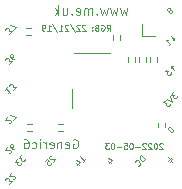
<source format=gbr>
%TF.GenerationSoftware,KiCad,Pcbnew,(6.0.5-0)*%
%TF.CreationDate,2022-06-27T15:29:03+01:00*%
%TF.ProjectId,Generic6,47656e65-7269-4633-962e-6b696361645f,1*%
%TF.SameCoordinates,Original*%
%TF.FileFunction,Legend,Bot*%
%TF.FilePolarity,Positive*%
%FSLAX46Y46*%
G04 Gerber Fmt 4.6, Leading zero omitted, Abs format (unit mm)*
G04 Created by KiCad (PCBNEW (6.0.5-0)) date 2022-06-27 15:29:03*
%MOMM*%
%LPD*%
G01*
G04 APERTURE LIST*
%ADD10C,0.080000*%
%ADD11C,0.100000*%
%ADD12C,0.120000*%
G04 APERTURE END LIST*
D10*
X106478571Y-49873809D02*
X106454761Y-49850000D01*
X106407142Y-49826190D01*
X106288095Y-49826190D01*
X106240476Y-49850000D01*
X106216666Y-49873809D01*
X106192857Y-49921428D01*
X106192857Y-49969047D01*
X106216666Y-50040476D01*
X106502380Y-50326190D01*
X106192857Y-50326190D01*
X105883333Y-49826190D02*
X105835714Y-49826190D01*
X105788095Y-49850000D01*
X105764285Y-49873809D01*
X105740476Y-49921428D01*
X105716666Y-50016666D01*
X105716666Y-50135714D01*
X105740476Y-50230952D01*
X105764285Y-50278571D01*
X105788095Y-50302380D01*
X105835714Y-50326190D01*
X105883333Y-50326190D01*
X105930952Y-50302380D01*
X105954761Y-50278571D01*
X105978571Y-50230952D01*
X106002380Y-50135714D01*
X106002380Y-50016666D01*
X105978571Y-49921428D01*
X105954761Y-49873809D01*
X105930952Y-49850000D01*
X105883333Y-49826190D01*
X105526190Y-49873809D02*
X105502380Y-49850000D01*
X105454761Y-49826190D01*
X105335714Y-49826190D01*
X105288095Y-49850000D01*
X105264285Y-49873809D01*
X105240476Y-49921428D01*
X105240476Y-49969047D01*
X105264285Y-50040476D01*
X105550000Y-50326190D01*
X105240476Y-50326190D01*
X105050000Y-49873809D02*
X105026190Y-49850000D01*
X104978571Y-49826190D01*
X104859523Y-49826190D01*
X104811904Y-49850000D01*
X104788095Y-49873809D01*
X104764285Y-49921428D01*
X104764285Y-49969047D01*
X104788095Y-50040476D01*
X105073809Y-50326190D01*
X104764285Y-50326190D01*
X104550000Y-50135714D02*
X104169047Y-50135714D01*
X103835714Y-49826190D02*
X103788095Y-49826190D01*
X103740476Y-49850000D01*
X103716666Y-49873809D01*
X103692857Y-49921428D01*
X103669047Y-50016666D01*
X103669047Y-50135714D01*
X103692857Y-50230952D01*
X103716666Y-50278571D01*
X103740476Y-50302380D01*
X103788095Y-50326190D01*
X103835714Y-50326190D01*
X103883333Y-50302380D01*
X103907142Y-50278571D01*
X103930952Y-50230952D01*
X103954761Y-50135714D01*
X103954761Y-50016666D01*
X103930952Y-49921428D01*
X103907142Y-49873809D01*
X103883333Y-49850000D01*
X103835714Y-49826190D01*
X103216666Y-49826190D02*
X103454761Y-49826190D01*
X103478571Y-50064285D01*
X103454761Y-50040476D01*
X103407142Y-50016666D01*
X103288095Y-50016666D01*
X103240476Y-50040476D01*
X103216666Y-50064285D01*
X103192857Y-50111904D01*
X103192857Y-50230952D01*
X103216666Y-50278571D01*
X103240476Y-50302380D01*
X103288095Y-50326190D01*
X103407142Y-50326190D01*
X103454761Y-50302380D01*
X103478571Y-50278571D01*
X102978571Y-50135714D02*
X102597619Y-50135714D01*
X102264285Y-49826190D02*
X102216666Y-49826190D01*
X102169047Y-49850000D01*
X102145238Y-49873809D01*
X102121428Y-49921428D01*
X102097619Y-50016666D01*
X102097619Y-50135714D01*
X102121428Y-50230952D01*
X102145238Y-50278571D01*
X102169047Y-50302380D01*
X102216666Y-50326190D01*
X102264285Y-50326190D01*
X102311904Y-50302380D01*
X102335714Y-50278571D01*
X102359523Y-50230952D01*
X102383333Y-50135714D01*
X102383333Y-50016666D01*
X102359523Y-49921428D01*
X102335714Y-49873809D01*
X102311904Y-49850000D01*
X102264285Y-49826190D01*
X101930952Y-49826190D02*
X101621428Y-49826190D01*
X101788095Y-50016666D01*
X101716666Y-50016666D01*
X101669047Y-50040476D01*
X101645238Y-50064285D01*
X101621428Y-50111904D01*
X101621428Y-50230952D01*
X101645238Y-50278571D01*
X101669047Y-50302380D01*
X101716666Y-50326190D01*
X101859523Y-50326190D01*
X101907142Y-50302380D01*
X101930952Y-50278571D01*
X101747142Y-40316190D02*
X101913809Y-40078095D01*
X102032857Y-40316190D02*
X102032857Y-39816190D01*
X101842380Y-39816190D01*
X101794761Y-39840000D01*
X101770952Y-39863809D01*
X101747142Y-39911428D01*
X101747142Y-39982857D01*
X101770952Y-40030476D01*
X101794761Y-40054285D01*
X101842380Y-40078095D01*
X102032857Y-40078095D01*
X101270952Y-39840000D02*
X101318571Y-39816190D01*
X101390000Y-39816190D01*
X101461428Y-39840000D01*
X101509047Y-39887619D01*
X101532857Y-39935238D01*
X101556666Y-40030476D01*
X101556666Y-40101904D01*
X101532857Y-40197142D01*
X101509047Y-40244761D01*
X101461428Y-40292380D01*
X101390000Y-40316190D01*
X101342380Y-40316190D01*
X101270952Y-40292380D01*
X101247142Y-40268571D01*
X101247142Y-40101904D01*
X101342380Y-40101904D01*
X100866190Y-40054285D02*
X100794761Y-40078095D01*
X100770952Y-40101904D01*
X100747142Y-40149523D01*
X100747142Y-40220952D01*
X100770952Y-40268571D01*
X100794761Y-40292380D01*
X100842380Y-40316190D01*
X101032857Y-40316190D01*
X101032857Y-39816190D01*
X100866190Y-39816190D01*
X100818571Y-39840000D01*
X100794761Y-39863809D01*
X100770952Y-39911428D01*
X100770952Y-39959047D01*
X100794761Y-40006666D01*
X100818571Y-40030476D01*
X100866190Y-40054285D01*
X101032857Y-40054285D01*
X100532857Y-40268571D02*
X100509047Y-40292380D01*
X100532857Y-40316190D01*
X100556666Y-40292380D01*
X100532857Y-40268571D01*
X100532857Y-40316190D01*
X100532857Y-40006666D02*
X100509047Y-40030476D01*
X100532857Y-40054285D01*
X100556666Y-40030476D01*
X100532857Y-40006666D01*
X100532857Y-40054285D01*
X99937619Y-39863809D02*
X99913809Y-39840000D01*
X99866190Y-39816190D01*
X99747142Y-39816190D01*
X99699523Y-39840000D01*
X99675714Y-39863809D01*
X99651904Y-39911428D01*
X99651904Y-39959047D01*
X99675714Y-40030476D01*
X99961428Y-40316190D01*
X99651904Y-40316190D01*
X99461428Y-39863809D02*
X99437619Y-39840000D01*
X99390000Y-39816190D01*
X99270952Y-39816190D01*
X99223333Y-39840000D01*
X99199523Y-39863809D01*
X99175714Y-39911428D01*
X99175714Y-39959047D01*
X99199523Y-40030476D01*
X99485238Y-40316190D01*
X99175714Y-40316190D01*
X98604285Y-39792380D02*
X99032857Y-40435238D01*
X98461428Y-39863809D02*
X98437619Y-39840000D01*
X98390000Y-39816190D01*
X98270952Y-39816190D01*
X98223333Y-39840000D01*
X98199523Y-39863809D01*
X98175714Y-39911428D01*
X98175714Y-39959047D01*
X98199523Y-40030476D01*
X98485238Y-40316190D01*
X98175714Y-40316190D01*
X97699523Y-40316190D02*
X97985238Y-40316190D01*
X97842380Y-40316190D02*
X97842380Y-39816190D01*
X97890000Y-39887619D01*
X97937619Y-39935238D01*
X97985238Y-39959047D01*
X97128095Y-39792380D02*
X97556666Y-40435238D01*
X96699523Y-40316190D02*
X96985238Y-40316190D01*
X96842380Y-40316190D02*
X96842380Y-39816190D01*
X96890000Y-39887619D01*
X96937619Y-39935238D01*
X96985238Y-39959047D01*
X96461428Y-40316190D02*
X96366190Y-40316190D01*
X96318571Y-40292380D01*
X96294761Y-40268571D01*
X96247142Y-40197142D01*
X96223333Y-40101904D01*
X96223333Y-39911428D01*
X96247142Y-39863809D01*
X96270952Y-39840000D01*
X96318571Y-39816190D01*
X96413809Y-39816190D01*
X96461428Y-39840000D01*
X96485238Y-39863809D01*
X96509047Y-39911428D01*
X96509047Y-40030476D01*
X96485238Y-40078095D01*
X96461428Y-40101904D01*
X96413809Y-40125714D01*
X96318571Y-40125714D01*
X96270952Y-40101904D01*
X96247142Y-40078095D01*
X96223333Y-40030476D01*
D11*
X98885000Y-49535000D02*
X98956428Y-49499285D01*
X99063571Y-49499285D01*
X99170714Y-49535000D01*
X99242142Y-49606428D01*
X99277857Y-49677857D01*
X99313571Y-49820714D01*
X99313571Y-49927857D01*
X99277857Y-50070714D01*
X99242142Y-50142142D01*
X99170714Y-50213571D01*
X99063571Y-50249285D01*
X98992142Y-50249285D01*
X98885000Y-50213571D01*
X98849285Y-50177857D01*
X98849285Y-49927857D01*
X98992142Y-49927857D01*
X98242142Y-50213571D02*
X98313571Y-50249285D01*
X98456428Y-50249285D01*
X98527857Y-50213571D01*
X98563571Y-50142142D01*
X98563571Y-49856428D01*
X98527857Y-49785000D01*
X98456428Y-49749285D01*
X98313571Y-49749285D01*
X98242142Y-49785000D01*
X98206428Y-49856428D01*
X98206428Y-49927857D01*
X98563571Y-49999285D01*
X97885000Y-49749285D02*
X97885000Y-50249285D01*
X97885000Y-49820714D02*
X97849285Y-49785000D01*
X97777857Y-49749285D01*
X97670714Y-49749285D01*
X97599285Y-49785000D01*
X97563571Y-49856428D01*
X97563571Y-50249285D01*
X96920714Y-50213571D02*
X96992142Y-50249285D01*
X97135000Y-50249285D01*
X97206428Y-50213571D01*
X97242142Y-50142142D01*
X97242142Y-49856428D01*
X97206428Y-49785000D01*
X97135000Y-49749285D01*
X96992142Y-49749285D01*
X96920714Y-49785000D01*
X96885000Y-49856428D01*
X96885000Y-49927857D01*
X97242142Y-49999285D01*
X96563571Y-50249285D02*
X96563571Y-49749285D01*
X96563571Y-49892142D02*
X96527857Y-49820714D01*
X96492142Y-49785000D01*
X96420714Y-49749285D01*
X96349285Y-49749285D01*
X96099285Y-50249285D02*
X96099285Y-49749285D01*
X96099285Y-49499285D02*
X96135000Y-49535000D01*
X96099285Y-49570714D01*
X96063571Y-49535000D01*
X96099285Y-49499285D01*
X96099285Y-49570714D01*
X95420714Y-50213571D02*
X95492142Y-50249285D01*
X95635000Y-50249285D01*
X95706428Y-50213571D01*
X95742142Y-50177857D01*
X95777857Y-50106428D01*
X95777857Y-49892142D01*
X95742142Y-49820714D01*
X95706428Y-49785000D01*
X95635000Y-49749285D01*
X95492142Y-49749285D01*
X95420714Y-49785000D01*
X94777857Y-49499285D02*
X94920714Y-49499285D01*
X94992142Y-49535000D01*
X95027857Y-49570714D01*
X95099285Y-49677857D01*
X95135000Y-49820714D01*
X95135000Y-50106428D01*
X95099285Y-50177857D01*
X95063571Y-50213571D01*
X94992142Y-50249285D01*
X94849285Y-50249285D01*
X94777857Y-50213571D01*
X94742142Y-50177857D01*
X94706428Y-50106428D01*
X94706428Y-49927857D01*
X94742142Y-49856428D01*
X94777857Y-49820714D01*
X94849285Y-49785000D01*
X94992142Y-49785000D01*
X95063571Y-49820714D01*
X95099285Y-49856428D01*
X95135000Y-49927857D01*
X103485714Y-38428571D02*
X103333333Y-38961904D01*
X103180952Y-38580952D01*
X103028571Y-38961904D01*
X102876190Y-38428571D01*
X102647619Y-38428571D02*
X102495238Y-38961904D01*
X102342857Y-38580952D01*
X102190476Y-38961904D01*
X102038095Y-38428571D01*
X101809523Y-38428571D02*
X101657142Y-38961904D01*
X101504761Y-38580952D01*
X101352380Y-38961904D01*
X101200000Y-38428571D01*
X100895238Y-38885714D02*
X100857142Y-38923809D01*
X100895238Y-38961904D01*
X100933333Y-38923809D01*
X100895238Y-38885714D01*
X100895238Y-38961904D01*
X100514285Y-38961904D02*
X100514285Y-38428571D01*
X100514285Y-38504761D02*
X100476190Y-38466666D01*
X100400000Y-38428571D01*
X100285714Y-38428571D01*
X100209523Y-38466666D01*
X100171428Y-38542857D01*
X100171428Y-38961904D01*
X100171428Y-38542857D02*
X100133333Y-38466666D01*
X100057142Y-38428571D01*
X99942857Y-38428571D01*
X99866666Y-38466666D01*
X99828571Y-38542857D01*
X99828571Y-38961904D01*
X99142857Y-38923809D02*
X99219047Y-38961904D01*
X99371428Y-38961904D01*
X99447619Y-38923809D01*
X99485714Y-38847619D01*
X99485714Y-38542857D01*
X99447619Y-38466666D01*
X99371428Y-38428571D01*
X99219047Y-38428571D01*
X99142857Y-38466666D01*
X99104761Y-38542857D01*
X99104761Y-38619047D01*
X99485714Y-38695238D01*
X98761904Y-38885714D02*
X98723809Y-38923809D01*
X98761904Y-38961904D01*
X98800000Y-38923809D01*
X98761904Y-38885714D01*
X98761904Y-38961904D01*
X98038095Y-38428571D02*
X98038095Y-38961904D01*
X98380952Y-38428571D02*
X98380952Y-38847619D01*
X98342857Y-38923809D01*
X98266666Y-38961904D01*
X98152380Y-38961904D01*
X98076190Y-38923809D01*
X98038095Y-38885714D01*
X97657142Y-38961904D02*
X97657142Y-38161904D01*
X97580952Y-38657142D02*
X97352380Y-38961904D01*
X97352380Y-38428571D02*
X97657142Y-38733333D01*
D10*
%TO.C,P2*%
X93467402Y-53299822D02*
X93686269Y-53080956D01*
X93433730Y-53064120D01*
X93484238Y-53013612D01*
X93501074Y-52963104D01*
X93501074Y-52929433D01*
X93484238Y-52878925D01*
X93400059Y-52794746D01*
X93349551Y-52777910D01*
X93315879Y-52777910D01*
X93265372Y-52794746D01*
X93164356Y-52895761D01*
X93147521Y-52946269D01*
X93147521Y-52979940D01*
X93787284Y-52912597D02*
X93820956Y-52912597D01*
X93871463Y-52895761D01*
X93955643Y-52811582D01*
X93972478Y-52761074D01*
X93972478Y-52727402D01*
X93955643Y-52676895D01*
X93921971Y-52643223D01*
X93854627Y-52609551D01*
X93450566Y-52609551D01*
X93669433Y-52390685D01*
%TO.C,P8*%
X93450566Y-48169314D02*
X93484238Y-48169314D01*
X93534746Y-48152478D01*
X93618925Y-48068299D01*
X93635761Y-48017791D01*
X93635761Y-47984120D01*
X93618925Y-47933612D01*
X93585253Y-47899940D01*
X93517910Y-47866269D01*
X93113849Y-47866269D01*
X93332715Y-47647402D01*
X93804120Y-47883104D02*
X94039822Y-47647402D01*
X93534746Y-47445372D01*
%TO.C,P4*%
X97049433Y-50890685D02*
X97015761Y-50890685D01*
X96965253Y-50907521D01*
X96881074Y-50991700D01*
X96864238Y-51042208D01*
X96864238Y-51075879D01*
X96881074Y-51126387D01*
X96914746Y-51160059D01*
X96982089Y-51193730D01*
X97386150Y-51193730D01*
X97167284Y-51412597D01*
X96493849Y-51378925D02*
X96662208Y-51210566D01*
X96847402Y-51362089D01*
X96813730Y-51362089D01*
X96763223Y-51378925D01*
X96679043Y-51463104D01*
X96662208Y-51513612D01*
X96662208Y-51547284D01*
X96679043Y-51597791D01*
X96763223Y-51681971D01*
X96813730Y-51698807D01*
X96847402Y-51698807D01*
X96897910Y-51681971D01*
X96982089Y-51597791D01*
X96998925Y-51547284D01*
X96998925Y-51513612D01*
%TO.C,P11*%
X93467402Y-43139822D02*
X93686269Y-42920956D01*
X93433730Y-42904120D01*
X93484238Y-42853612D01*
X93501074Y-42803104D01*
X93501074Y-42769433D01*
X93484238Y-42718925D01*
X93400059Y-42634746D01*
X93349551Y-42617910D01*
X93315879Y-42617910D01*
X93265372Y-42634746D01*
X93164356Y-42735761D01*
X93147521Y-42786269D01*
X93147521Y-42819940D01*
X93989314Y-42617910D02*
X93921971Y-42685253D01*
X93871463Y-42702089D01*
X93837791Y-42702089D01*
X93753612Y-42685253D01*
X93669433Y-42634746D01*
X93534746Y-42500059D01*
X93517910Y-42449551D01*
X93517910Y-42415879D01*
X93534746Y-42365372D01*
X93602089Y-42298028D01*
X93652597Y-42281192D01*
X93686269Y-42281192D01*
X93736776Y-42298028D01*
X93820956Y-42382208D01*
X93837791Y-42432715D01*
X93837791Y-42466387D01*
X93820956Y-42516895D01*
X93753612Y-42584238D01*
X93703104Y-42601074D01*
X93669433Y-42601074D01*
X93618925Y-42584238D01*
%TO.C,P10*%
X93467402Y-40599822D02*
X93686269Y-40380956D01*
X93433730Y-40364120D01*
X93484238Y-40313612D01*
X93501074Y-40263104D01*
X93501074Y-40229433D01*
X93484238Y-40178925D01*
X93400059Y-40094746D01*
X93349551Y-40077910D01*
X93315879Y-40077910D01*
X93265372Y-40094746D01*
X93164356Y-40195761D01*
X93147521Y-40246269D01*
X93147521Y-40279940D01*
X93804120Y-40263104D02*
X94039822Y-40027402D01*
X93534746Y-39825372D01*
%TO.C,P7*%
X107091582Y-38544238D02*
X107108417Y-38493730D01*
X107108417Y-38460059D01*
X107091582Y-38409551D01*
X107074746Y-38392715D01*
X107024238Y-38375879D01*
X106990566Y-38375879D01*
X106940059Y-38392715D01*
X106872715Y-38460059D01*
X106855879Y-38510566D01*
X106855879Y-38544238D01*
X106872715Y-38594746D01*
X106889551Y-38611582D01*
X106940059Y-38628417D01*
X106973730Y-38628417D01*
X107024238Y-38611582D01*
X107091582Y-38544238D01*
X107142089Y-38527402D01*
X107175761Y-38527402D01*
X107226269Y-38544238D01*
X107293612Y-38611582D01*
X107310448Y-38662089D01*
X107310448Y-38695761D01*
X107293612Y-38746269D01*
X107226269Y-38813612D01*
X107175761Y-38830448D01*
X107142089Y-38830448D01*
X107091582Y-38813612D01*
X107024238Y-38746269D01*
X107007402Y-38695761D01*
X107007402Y-38662089D01*
X107024238Y-38611582D01*
%TO.C,P6*%
X94492597Y-50840177D02*
X94273730Y-51059043D01*
X94526269Y-51075879D01*
X94475761Y-51126387D01*
X94458925Y-51176895D01*
X94458925Y-51210566D01*
X94475761Y-51261074D01*
X94559940Y-51345253D01*
X94610448Y-51362089D01*
X94644120Y-51362089D01*
X94694627Y-51345253D01*
X94795643Y-51244238D01*
X94812478Y-51193730D01*
X94812478Y-51160059D01*
X94155879Y-51176895D02*
X93937013Y-51395761D01*
X94189551Y-51412597D01*
X94139043Y-51463104D01*
X94122208Y-51513612D01*
X94122208Y-51547284D01*
X94139043Y-51597791D01*
X94223223Y-51681971D01*
X94273730Y-51698807D01*
X94307402Y-51698807D01*
X94357910Y-51681971D01*
X94458925Y-51580956D01*
X94475761Y-51530448D01*
X94475761Y-51496776D01*
%TO.C,P1*%
X101876895Y-51311582D02*
X102112597Y-51547284D01*
X101826387Y-51092715D02*
X102163104Y-51261074D01*
X101944238Y-51479940D01*
%TO.C,P12*%
X104989314Y-51210566D02*
X104635761Y-50857013D01*
X104551582Y-50941192D01*
X104517910Y-51008536D01*
X104517910Y-51075879D01*
X104534746Y-51126387D01*
X104585253Y-51210566D01*
X104635761Y-51261074D01*
X104719940Y-51311582D01*
X104770448Y-51328417D01*
X104837791Y-51328417D01*
X104905135Y-51294746D01*
X104989314Y-51210566D01*
X104400059Y-51732478D02*
X104433730Y-51732478D01*
X104501074Y-51698807D01*
X104534746Y-51665135D01*
X104568417Y-51597791D01*
X104568417Y-51530448D01*
X104551582Y-51479940D01*
X104501074Y-51395761D01*
X104450566Y-51345253D01*
X104366387Y-51294746D01*
X104315879Y-51277910D01*
X104248536Y-51277910D01*
X104181192Y-51311582D01*
X104147521Y-51345253D01*
X104113849Y-51412597D01*
X104113849Y-51446269D01*
%TO.C,P3*%
X93332715Y-45107402D02*
X93130685Y-45309433D01*
X93231700Y-45208417D02*
X93585253Y-45561971D01*
X93501074Y-45545135D01*
X93433730Y-45545135D01*
X93383223Y-45561971D01*
X93804120Y-45343104D02*
X94022986Y-45124238D01*
X93770448Y-45107402D01*
X93820956Y-45056895D01*
X93837791Y-45006387D01*
X93837791Y-44972715D01*
X93820956Y-44922208D01*
X93736776Y-44838028D01*
X93686269Y-44821192D01*
X93652597Y-44821192D01*
X93602089Y-44838028D01*
X93501074Y-44939043D01*
X93484238Y-44989551D01*
X93484238Y-45023223D01*
%TO.C,J1*%
X107394120Y-45528654D02*
X107175253Y-45747521D01*
X107427791Y-45764356D01*
X107377284Y-45814864D01*
X107360448Y-45865372D01*
X107360448Y-45899043D01*
X107377284Y-45949551D01*
X107461463Y-46033730D01*
X107511971Y-46050566D01*
X107545643Y-46050566D01*
X107596150Y-46033730D01*
X107697165Y-45932715D01*
X107714001Y-45882208D01*
X107714001Y-45848536D01*
X107074238Y-45848536D02*
X107309940Y-46319940D01*
X106838536Y-46084238D01*
X106754356Y-46168417D02*
X106535490Y-46387284D01*
X106788028Y-46404120D01*
X106737521Y-46454627D01*
X106720685Y-46505135D01*
X106720685Y-46538807D01*
X106737521Y-46589314D01*
X106821700Y-46673494D01*
X106872208Y-46690330D01*
X106905879Y-46690330D01*
X106956387Y-46673494D01*
X107057402Y-46572478D01*
X107074238Y-46521971D01*
X107074238Y-46488299D01*
X106973223Y-48489551D02*
X106939551Y-48523223D01*
X106922715Y-48573730D01*
X106922715Y-48607402D01*
X106939551Y-48657910D01*
X106990059Y-48742089D01*
X107074238Y-48826269D01*
X107158417Y-48876776D01*
X107208925Y-48893612D01*
X107242597Y-48893612D01*
X107293104Y-48876776D01*
X107326776Y-48843104D01*
X107343612Y-48792597D01*
X107343612Y-48758925D01*
X107326776Y-48708417D01*
X107276269Y-48624238D01*
X107192089Y-48540059D01*
X107107910Y-48489551D01*
X107057402Y-48472715D01*
X107023730Y-48472715D01*
X106973223Y-48489551D01*
X107276269Y-51029551D02*
X106939551Y-51366269D01*
X107309940Y-51197910D02*
X107107910Y-51399940D01*
X106956387Y-51046387D02*
X107107910Y-51197910D01*
X107276269Y-51433612D02*
X107343612Y-51366269D01*
X107208925Y-40802208D02*
X107478299Y-41071582D01*
X107343612Y-41071582D02*
X107478299Y-41071582D01*
X107478299Y-40936895D01*
X106990059Y-41559822D02*
X107192089Y-41357791D01*
X107091074Y-41458807D02*
X106737521Y-41105253D01*
X106821700Y-41122089D01*
X106889043Y-41122089D01*
X106939551Y-41105253D01*
X107478299Y-43611582D02*
X107208925Y-43342208D01*
X107343612Y-43342208D02*
X107208925Y-43342208D01*
X107208925Y-43476895D01*
X106855372Y-43527402D02*
X106636505Y-43746269D01*
X106889043Y-43763104D01*
X106838536Y-43813612D01*
X106821700Y-43864120D01*
X106821700Y-43897791D01*
X106838536Y-43948299D01*
X106922715Y-44032478D01*
X106973223Y-44049314D01*
X107006895Y-44049314D01*
X107057402Y-44032478D01*
X107158417Y-43931463D01*
X107175253Y-43880956D01*
X107175253Y-43847284D01*
%TO.C,P9*%
X99707284Y-51412597D02*
X99909314Y-51210566D01*
X99808299Y-51311582D02*
X99454746Y-50958028D01*
X99538925Y-50974864D01*
X99606269Y-50974864D01*
X99656776Y-50958028D01*
X99168536Y-51479940D02*
X99404238Y-51715643D01*
X99118028Y-51261074D02*
X99454746Y-51429433D01*
X99235879Y-51648299D01*
%TO.C,P5*%
X93450566Y-50709314D02*
X93484238Y-50709314D01*
X93534746Y-50692478D01*
X93618925Y-50608299D01*
X93635761Y-50557791D01*
X93635761Y-50524120D01*
X93618925Y-50473612D01*
X93585253Y-50439940D01*
X93517910Y-50406269D01*
X93113849Y-50406269D01*
X93332715Y-50187402D01*
X93989314Y-50237910D02*
X93921971Y-50305253D01*
X93871463Y-50322089D01*
X93837791Y-50322089D01*
X93753612Y-50305253D01*
X93669433Y-50254746D01*
X93534746Y-50120059D01*
X93517910Y-50069551D01*
X93517910Y-50035879D01*
X93534746Y-49985372D01*
X93602089Y-49918028D01*
X93652597Y-49901192D01*
X93686269Y-49901192D01*
X93736776Y-49918028D01*
X93820956Y-50002208D01*
X93837791Y-50052715D01*
X93837791Y-50086387D01*
X93820956Y-50136895D01*
X93753612Y-50204238D01*
X93703104Y-50221074D01*
X93669433Y-50221074D01*
X93618925Y-50204238D01*
D12*
%TO.C,R2*%
X103569502Y-42577704D02*
X103569502Y-42977704D01*
X104169502Y-42577704D02*
X104169502Y-42977704D01*
%TO.C,C1*%
X98000000Y-48200000D02*
X97600000Y-48200000D01*
X98000000Y-48800000D02*
X97600000Y-48800000D01*
%TO.C,R6*%
X102300000Y-40700000D02*
X102300000Y-41100000D01*
X102900000Y-40700000D02*
X102900000Y-41100000D01*
%TO.C,R1*%
X104469502Y-42577704D02*
X104469502Y-42977704D01*
X105069502Y-42577704D02*
X105069502Y-42977704D01*
%TO.C,R3*%
X105969502Y-42577704D02*
X105969502Y-42977704D01*
X105369502Y-42577704D02*
X105369502Y-42977704D01*
%TO.C,R4*%
X95000000Y-48200000D02*
X95400000Y-48200000D01*
X95000000Y-48800000D02*
X95400000Y-48800000D01*
%TO.C,D1*%
X104769502Y-40777704D02*
X104769502Y-39777704D01*
X105869502Y-40777704D02*
X104769502Y-40777704D01*
%TO.C,C5*%
X106100000Y-48100000D02*
X106100000Y-48500000D01*
X106700000Y-48100000D02*
X106700000Y-48500000D01*
%TO.C,U2*%
X102050000Y-42225000D02*
X98950000Y-42225000D01*
X98775000Y-45275000D02*
X98775000Y-46875000D01*
%TO.C,R5*%
X94900000Y-40700000D02*
X95300000Y-40700000D01*
X94900000Y-40100000D02*
X95300000Y-40100000D01*
%TD*%
M02*

</source>
